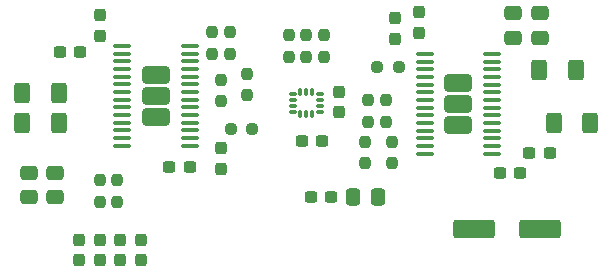
<source format=gbr>
%TF.GenerationSoftware,KiCad,Pcbnew,9.0.7*%
%TF.CreationDate,2026-01-26T16:36:39+01:00*%
%TF.ProjectId,Robot,526f626f-742e-46b6-9963-61645f706362,rev?*%
%TF.SameCoordinates,Original*%
%TF.FileFunction,Paste,Top*%
%TF.FilePolarity,Positive*%
%FSLAX46Y46*%
G04 Gerber Fmt 4.6, Leading zero omitted, Abs format (unit mm)*
G04 Created by KiCad (PCBNEW 9.0.7) date 2026-01-26 16:36:39*
%MOMM*%
%LPD*%
G01*
G04 APERTURE LIST*
G04 Aperture macros list*
%AMRoundRect*
0 Rectangle with rounded corners*
0 $1 Rounding radius*
0 $2 $3 $4 $5 $6 $7 $8 $9 X,Y pos of 4 corners*
0 Add a 4 corners polygon primitive as box body*
4,1,4,$2,$3,$4,$5,$6,$7,$8,$9,$2,$3,0*
0 Add four circle primitives for the rounded corners*
1,1,$1+$1,$2,$3*
1,1,$1+$1,$4,$5*
1,1,$1+$1,$6,$7*
1,1,$1+$1,$8,$9*
0 Add four rect primitives between the rounded corners*
20,1,$1+$1,$2,$3,$4,$5,0*
20,1,$1+$1,$4,$5,$6,$7,0*
20,1,$1+$1,$6,$7,$8,$9,0*
20,1,$1+$1,$8,$9,$2,$3,0*%
G04 Aperture macros list end*
%ADD10RoundRect,0.250000X0.337500X0.475000X-0.337500X0.475000X-0.337500X-0.475000X0.337500X-0.475000X0*%
%ADD11RoundRect,0.237500X-0.250000X-0.237500X0.250000X-0.237500X0.250000X0.237500X-0.250000X0.237500X0*%
%ADD12RoundRect,0.237500X-0.237500X0.250000X-0.237500X-0.250000X0.237500X-0.250000X0.237500X0.250000X0*%
%ADD13RoundRect,0.250000X0.475000X-0.337500X0.475000X0.337500X-0.475000X0.337500X-0.475000X-0.337500X0*%
%ADD14RoundRect,0.237500X0.237500X-0.300000X0.237500X0.300000X-0.237500X0.300000X-0.237500X-0.300000X0*%
%ADD15RoundRect,0.237500X0.300000X0.237500X-0.300000X0.237500X-0.300000X-0.237500X0.300000X-0.237500X0*%
%ADD16RoundRect,0.237500X0.237500X-0.250000X0.237500X0.250000X-0.237500X0.250000X-0.237500X-0.250000X0*%
%ADD17RoundRect,0.250000X-0.900000X-0.475000X0.900000X-0.475000X0.900000X0.475000X-0.900000X0.475000X0*%
%ADD18RoundRect,0.100000X-0.637500X-0.100000X0.637500X-0.100000X0.637500X0.100000X-0.637500X0.100000X0*%
%ADD19RoundRect,0.250000X0.400000X0.625000X-0.400000X0.625000X-0.400000X-0.625000X0.400000X-0.625000X0*%
%ADD20RoundRect,0.250000X-0.475000X0.337500X-0.475000X-0.337500X0.475000X-0.337500X0.475000X0.337500X0*%
%ADD21RoundRect,0.237500X0.237500X-0.287500X0.237500X0.287500X-0.237500X0.287500X-0.237500X-0.287500X0*%
%ADD22RoundRect,0.237500X-0.237500X0.300000X-0.237500X-0.300000X0.237500X-0.300000X0.237500X0.300000X0*%
%ADD23RoundRect,0.237500X-0.300000X-0.237500X0.300000X-0.237500X0.300000X0.237500X-0.300000X0.237500X0*%
%ADD24RoundRect,0.250000X-0.400000X-0.625000X0.400000X-0.625000X0.400000X0.625000X-0.400000X0.625000X0*%
%ADD25RoundRect,0.237500X0.250000X0.237500X-0.250000X0.237500X-0.250000X-0.237500X0.250000X-0.237500X0*%
%ADD26RoundRect,0.250000X0.900000X0.475000X-0.900000X0.475000X-0.900000X-0.475000X0.900000X-0.475000X0*%
%ADD27RoundRect,0.100000X0.637500X0.100000X-0.637500X0.100000X-0.637500X-0.100000X0.637500X-0.100000X0*%
%ADD28RoundRect,0.250000X-1.500000X-0.550000X1.500000X-0.550000X1.500000X0.550000X-1.500000X0.550000X0*%
%ADD29RoundRect,0.087500X-0.225000X-0.087500X0.225000X-0.087500X0.225000X0.087500X-0.225000X0.087500X0*%
%ADD30RoundRect,0.087500X-0.087500X-0.225000X0.087500X-0.225000X0.087500X0.225000X-0.087500X0.225000X0*%
G04 APERTURE END LIST*
D10*
%TO.C,C21*%
X170537500Y-102800000D03*
X168462500Y-102800000D03*
%TD*%
D11*
%TO.C,R12*%
X158087500Y-97000000D03*
X159912500Y-97000000D03*
%TD*%
D12*
%TO.C,R3*%
X169750000Y-94587500D03*
X169750000Y-96412500D03*
%TD*%
D13*
%TO.C,C2*%
X184250000Y-89287500D03*
X184250000Y-87212500D03*
%TD*%
D14*
%TO.C,C15*%
X157250000Y-100362500D03*
X157250000Y-98637500D03*
%TD*%
D15*
%TO.C,C12*%
X165862500Y-98000000D03*
X164137500Y-98000000D03*
%TD*%
D16*
%TO.C,R4*%
X169500000Y-99912500D03*
X169500000Y-98087500D03*
%TD*%
D17*
%TO.C,U1*%
X151750000Y-92400000D03*
X151750000Y-94200000D03*
X151750000Y-96000000D03*
D18*
X148887500Y-89975000D03*
X148887500Y-90625000D03*
X148887500Y-91275000D03*
X148887500Y-91925000D03*
X148887500Y-92575000D03*
X148887500Y-93225000D03*
X148887500Y-93875000D03*
X148887500Y-94525000D03*
X148887500Y-95175000D03*
X148887500Y-95825000D03*
X148887500Y-96475000D03*
X148887500Y-97125000D03*
X148887500Y-97775000D03*
X148887500Y-98425000D03*
X154612500Y-98425000D03*
X154612500Y-97775000D03*
X154612500Y-97125000D03*
X154612500Y-96475000D03*
X154612500Y-95825000D03*
X154612500Y-95175000D03*
X154612500Y-94525000D03*
X154612500Y-93875000D03*
X154612500Y-93225000D03*
X154612500Y-92575000D03*
X154612500Y-91925000D03*
X154612500Y-91275000D03*
X154612500Y-90625000D03*
X154612500Y-89975000D03*
%TD*%
D12*
%TO.C,R16*%
X158000000Y-88837500D03*
X158000000Y-90662500D03*
%TD*%
D15*
%TO.C,C3*%
X185112500Y-99000000D03*
X183387500Y-99000000D03*
%TD*%
D19*
%TO.C,R13*%
X143550000Y-96500000D03*
X140450000Y-96500000D03*
%TD*%
D20*
%TO.C,C11*%
X141000000Y-100712500D03*
X141000000Y-102787500D03*
%TD*%
D16*
%TO.C,R15*%
X159500000Y-94162500D03*
X159500000Y-92337500D03*
%TD*%
D21*
%TO.C,D2*%
X145250000Y-108125000D03*
X145250000Y-106375000D03*
%TD*%
%TO.C,D5*%
X148750000Y-108125000D03*
X148750000Y-106375000D03*
%TD*%
D22*
%TO.C,C16*%
X172000000Y-87637500D03*
X172000000Y-89362500D03*
%TD*%
D12*
%TO.C,R19*%
X163000000Y-89087500D03*
X163000000Y-90912500D03*
%TD*%
D22*
%TO.C,C6*%
X147000000Y-87387500D03*
X147000000Y-89112500D03*
%TD*%
D12*
%TO.C,R9*%
X157250000Y-92837500D03*
X157250000Y-94662500D03*
%TD*%
D23*
%TO.C,C5*%
X143637500Y-90500000D03*
X145362500Y-90500000D03*
%TD*%
D12*
%TO.C,R14*%
X171750000Y-98087500D03*
X171750000Y-99912500D03*
%TD*%
D16*
%TO.C,R10*%
X156500000Y-90662500D03*
X156500000Y-88837500D03*
%TD*%
D20*
%TO.C,C14*%
X143250000Y-100712500D03*
X143250000Y-102787500D03*
%TD*%
D19*
%TO.C,R11*%
X143550000Y-94000000D03*
X140450000Y-94000000D03*
%TD*%
D24*
%TO.C,R6*%
X185450000Y-96500000D03*
X188550000Y-96500000D03*
%TD*%
D21*
%TO.C,D1*%
X150500000Y-108125000D03*
X150500000Y-106375000D03*
%TD*%
D12*
%TO.C,R1*%
X148500000Y-101337500D03*
X148500000Y-103162500D03*
%TD*%
D25*
%TO.C,R7*%
X172325000Y-91750000D03*
X170500000Y-91750000D03*
%TD*%
D22*
%TO.C,C13*%
X167250000Y-93887500D03*
X167250000Y-95612500D03*
%TD*%
D26*
%TO.C,U2*%
X177375000Y-96675000D03*
X177375000Y-94875000D03*
X177375000Y-93075000D03*
D27*
X180237500Y-99100000D03*
X180237500Y-98450000D03*
X180237500Y-97800000D03*
X180237500Y-97150000D03*
X180237500Y-96500000D03*
X180237500Y-95850000D03*
X180237500Y-95200000D03*
X180237500Y-94550000D03*
X180237500Y-93900000D03*
X180237500Y-93250000D03*
X180237500Y-92600000D03*
X180237500Y-91950000D03*
X180237500Y-91300000D03*
X180237500Y-90650000D03*
X174512500Y-90650000D03*
X174512500Y-91300000D03*
X174512500Y-91950000D03*
X174512500Y-92600000D03*
X174512500Y-93250000D03*
X174512500Y-93900000D03*
X174512500Y-94550000D03*
X174512500Y-95200000D03*
X174512500Y-95850000D03*
X174512500Y-96500000D03*
X174512500Y-97150000D03*
X174512500Y-97800000D03*
X174512500Y-98450000D03*
X174512500Y-99100000D03*
%TD*%
D24*
%TO.C,R8*%
X184200000Y-92000000D03*
X187300000Y-92000000D03*
%TD*%
D12*
%TO.C,R18*%
X166000000Y-89087500D03*
X166000000Y-90912500D03*
%TD*%
D14*
%TO.C,C4*%
X174000000Y-88862500D03*
X174000000Y-87137500D03*
%TD*%
D21*
%TO.C,D6*%
X147000000Y-108125000D03*
X147000000Y-106375000D03*
%TD*%
D23*
%TO.C,C17*%
X164887500Y-102800000D03*
X166612500Y-102800000D03*
%TD*%
D12*
%TO.C,R2*%
X147000000Y-101337500D03*
X147000000Y-103162500D03*
%TD*%
%TO.C,R20*%
X164500000Y-89087500D03*
X164500000Y-90912500D03*
%TD*%
D15*
%TO.C,C7*%
X154612500Y-100250000D03*
X152887500Y-100250000D03*
%TD*%
D13*
%TO.C,C1*%
X182000000Y-89287500D03*
X182000000Y-87212500D03*
%TD*%
D16*
%TO.C,R5*%
X171250000Y-96412500D03*
X171250000Y-94587500D03*
%TD*%
D28*
%TO.C,C20*%
X178700000Y-105500000D03*
X184300000Y-105500000D03*
%TD*%
D29*
%TO.C,U$1*%
X163337500Y-94050000D03*
X163337500Y-94550000D03*
X163337500Y-95050000D03*
X163337500Y-95550000D03*
D30*
X164000000Y-95712500D03*
X164500000Y-95712500D03*
X165000000Y-95712500D03*
D29*
X165662500Y-95550000D03*
X165662500Y-95050000D03*
X165662500Y-94550000D03*
X165662500Y-94050000D03*
D30*
X165000000Y-93887500D03*
X164500000Y-93887500D03*
X164000000Y-93887500D03*
%TD*%
D23*
%TO.C,C8*%
X180887500Y-100750000D03*
X182612500Y-100750000D03*
%TD*%
M02*

</source>
